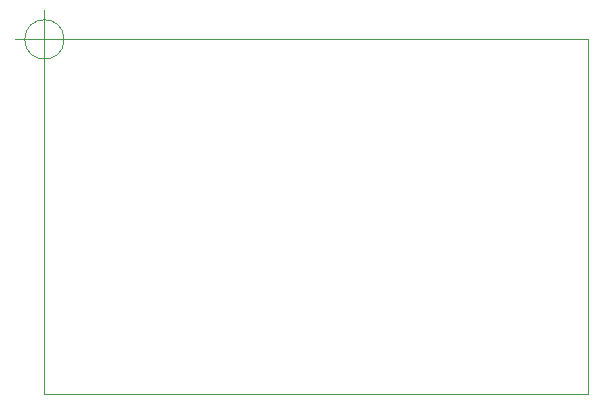
<source format=gbr>
%TF.GenerationSoftware,KiCad,Pcbnew,6.0.1-79c1e3a40b~116~ubuntu20.04.1*%
%TF.CreationDate,2022-10-26T10:43:16+09:00*%
%TF.ProjectId,HV-terminal-branch-board-2-2-half,48562d74-6572-46d6-996e-616c2d627261,1.0*%
%TF.SameCoordinates,Original*%
%TF.FileFunction,Profile,NP*%
%FSLAX46Y46*%
G04 Gerber Fmt 4.6, Leading zero omitted, Abs format (unit mm)*
G04 Created by KiCad (PCBNEW 6.0.1-79c1e3a40b~116~ubuntu20.04.1) date 2022-10-26 10:43:16*
%MOMM*%
%LPD*%
G01*
G04 APERTURE LIST*
%TA.AperFunction,Profile*%
%ADD10C,0.100000*%
%TD*%
G04 APERTURE END LIST*
D10*
X126000000Y-90000000D02*
X126000000Y-60000000D01*
X80000000Y-60000000D02*
X126000000Y-60000000D01*
X80000000Y-60000000D02*
X80000000Y-90000000D01*
X80000000Y-90000000D02*
X126000000Y-90000000D01*
X81666666Y-60000000D02*
G75*
G03*
X81666666Y-60000000I-1666666J0D01*
G01*
X77500000Y-60000000D02*
X82500000Y-60000000D01*
X80000000Y-57500000D02*
X80000000Y-62500000D01*
M02*

</source>
